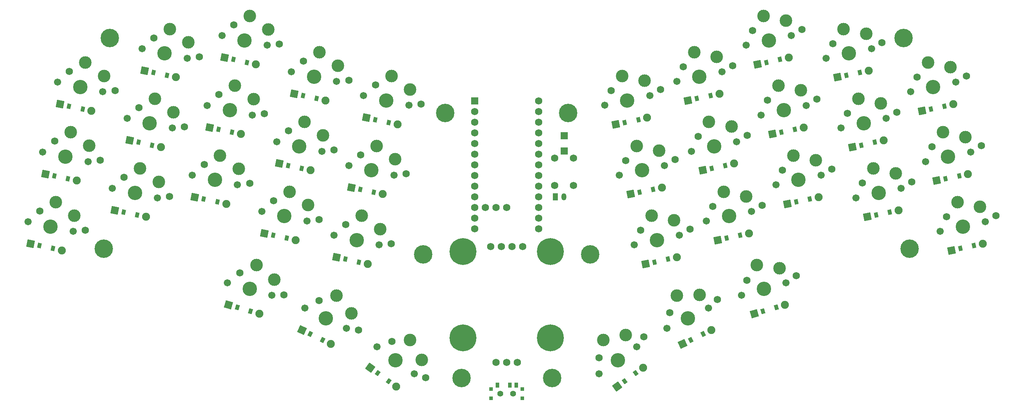
<source format=gbr>
%TF.GenerationSoftware,KiCad,Pcbnew,8.0.1*%
%TF.CreationDate,2025-12-13T21:48:51+01:00*%
%TF.ProjectId,fat_cruiser,6661745f-6372-4756-9973-65722e6b6963,v2.0.0*%
%TF.SameCoordinates,Original*%
%TF.FileFunction,Soldermask,Top*%
%TF.FilePolarity,Negative*%
%FSLAX46Y46*%
G04 Gerber Fmt 4.6, Leading zero omitted, Abs format (unit mm)*
G04 Created by KiCad (PCBNEW 8.0.1) date 2025-12-13 21:48:51*
%MOMM*%
%LPD*%
G01*
G04 APERTURE LIST*
G04 Aperture macros list*
%AMRotRect*
0 Rectangle, with rotation*
0 The origin of the aperture is its center*
0 $1 length*
0 $2 width*
0 $3 Rotation angle, in degrees counterclockwise*
0 Add horizontal line*
21,1,$1,$2,0,0,$3*%
G04 Aperture macros list end*
%ADD10C,1.400000*%
%ADD11R,0.900000X1.250000*%
%ADD12R,0.900000X0.900000*%
%ADD13C,3.429000*%
%ADD14C,1.701800*%
%ADD15C,3.000000*%
%ADD16C,1.752600*%
%ADD17RotRect,0.900000X1.200000X348.000000*%
%ADD18RotRect,1.778000X1.778000X348.000000*%
%ADD19C,1.905000*%
%ADD20RotRect,0.900000X1.200000X344.000000*%
%ADD21RotRect,1.778000X1.778000X344.000000*%
%ADD22RotRect,0.900000X1.200000X334.000000*%
%ADD23RotRect,1.778000X1.778000X334.000000*%
%ADD24RotRect,0.900000X1.200000X324.000000*%
%ADD25RotRect,1.778000X1.778000X324.000000*%
%ADD26RotRect,0.900000X1.200000X12.000000*%
%ADD27RotRect,1.778000X1.778000X12.000000*%
%ADD28RotRect,0.900000X1.200000X16.000000*%
%ADD29RotRect,1.778000X1.778000X16.000000*%
%ADD30RotRect,0.900000X1.200000X26.000000*%
%ADD31RotRect,1.778000X1.778000X26.000000*%
%ADD32RotRect,0.900000X1.200000X36.000000*%
%ADD33RotRect,1.778000X1.778000X36.000000*%
%ADD34R,1.752600X1.752600*%
%ADD35C,6.400000*%
%ADD36C,4.400000*%
%ADD37R,1.800000X1.800000*%
%ADD38R,1.200000X1.700000*%
%ADD39O,1.200000X1.700000*%
G04 APERTURE END LIST*
D10*
%TO.C,T4*%
X153252326Y-142957441D03*
X156252326Y-142957445D03*
D11*
X152502326Y-140882443D03*
X155502324Y-140882443D03*
X157002326Y-140882443D03*
D12*
X151052326Y-144057443D03*
X151052326Y-141857443D03*
X158452326Y-141857443D03*
X158452326Y-144057443D03*
%TD*%
D13*
%TO.C,S1*%
X46052596Y-103112955D03*
D14*
X51432408Y-104256469D03*
X40672784Y-101969441D03*
D15*
X51723003Y-100484460D03*
X47289671Y-97292977D03*
D16*
X43493689Y-99399787D03*
X54333888Y-103953091D03*
%TD*%
D13*
%TO.C,S2*%
X49587090Y-86484449D03*
D14*
X54966902Y-87627963D03*
X44207278Y-85340935D03*
D15*
X55257497Y-83855954D03*
X50824165Y-80664471D03*
D16*
X47028183Y-82771281D03*
X57868382Y-87324585D03*
%TD*%
D13*
%TO.C,S3*%
X53121592Y-69855940D03*
D14*
X58501404Y-70999454D03*
X47741780Y-68712426D03*
D15*
X58791999Y-67227445D03*
X54358667Y-64035962D03*
D16*
X50562685Y-66142772D03*
X61402884Y-70696076D03*
%TD*%
D13*
%TO.C,S4*%
X66154191Y-95117597D03*
D14*
X71534003Y-96261111D03*
X60774379Y-93974083D03*
D15*
X71824598Y-92489102D03*
X67391266Y-89297619D03*
D16*
X63595284Y-91404429D03*
X74435483Y-95957733D03*
%TD*%
D13*
%TO.C,S5*%
X69688689Y-78489087D03*
D14*
X75068501Y-79632601D03*
X64308877Y-77345573D03*
D15*
X75359096Y-75860592D03*
X70925764Y-72669109D03*
D16*
X67129782Y-74775919D03*
X77969981Y-79329223D03*
%TD*%
D13*
%TO.C,S6*%
X73223187Y-61860577D03*
D14*
X78602999Y-63004091D03*
X67843375Y-60717063D03*
D15*
X78893594Y-59232082D03*
X74460262Y-56040599D03*
D16*
X70664280Y-58147409D03*
X81504479Y-62700713D03*
%TD*%
D13*
%TO.C,S7*%
X85216228Y-92012973D03*
D14*
X90596040Y-93156487D03*
X79836416Y-90869459D03*
D15*
X90886635Y-89384478D03*
X86453303Y-86192995D03*
D16*
X82657321Y-88299805D03*
X93497520Y-92853109D03*
%TD*%
D13*
%TO.C,S8*%
X88750729Y-75384465D03*
D14*
X94130541Y-76527979D03*
X83370917Y-74240951D03*
D15*
X94421136Y-72755970D03*
X89987804Y-69564487D03*
D16*
X86191822Y-71671297D03*
X97032021Y-76224601D03*
%TD*%
D13*
%TO.C,S9*%
X92285228Y-58755956D03*
D14*
X97665040Y-59899470D03*
X86905416Y-57612442D03*
D15*
X97955635Y-56127461D03*
X93522303Y-52935978D03*
D16*
X89726321Y-55042788D03*
X100566520Y-59596092D03*
%TD*%
D13*
%TO.C,S10*%
X101783326Y-100646122D03*
D14*
X107163138Y-101789636D03*
X96403514Y-99502608D03*
D15*
X107453733Y-98017627D03*
X103020401Y-94826144D03*
D16*
X99224419Y-96932954D03*
X110064618Y-101486258D03*
%TD*%
D13*
%TO.C,S11*%
X105317822Y-84017614D03*
D14*
X110697634Y-85161128D03*
X99938010Y-82874100D03*
D15*
X110988229Y-81389119D03*
X106554897Y-78197636D03*
D16*
X102758915Y-80304446D03*
X113599114Y-84857750D03*
%TD*%
D13*
%TO.C,S12*%
X108852326Y-67389104D03*
D14*
X114232138Y-68532618D03*
X103472514Y-66245590D03*
D15*
X114522733Y-64760609D03*
X110089401Y-61569126D03*
D16*
X106293419Y-63675936D03*
X117133618Y-68229240D03*
%TD*%
D13*
%TO.C,S13*%
X118974162Y-106344828D03*
D14*
X124353974Y-107488342D03*
X113594350Y-105201314D03*
D15*
X124644569Y-103716333D03*
X120211237Y-100524850D03*
D16*
X116415255Y-102631660D03*
X127255454Y-107184964D03*
%TD*%
D13*
%TO.C,S14*%
X122508661Y-89716319D03*
D14*
X127888473Y-90859833D03*
X117128849Y-88572805D03*
D15*
X128179068Y-87087824D03*
X123745736Y-83896341D03*
D16*
X119949754Y-86003151D03*
X130789953Y-90556455D03*
%TD*%
D13*
%TO.C,S15*%
X126043158Y-73087809D03*
D14*
X131422970Y-74231323D03*
X120663346Y-71944295D03*
D15*
X131713565Y-70459314D03*
X127280233Y-67267831D03*
D16*
X123484251Y-69374641D03*
X134324450Y-73927945D03*
%TD*%
D13*
%TO.C,S16*%
X93493716Y-118001879D03*
D14*
X98780655Y-119517884D03*
X88206777Y-116485874D03*
D15*
X99333665Y-115775334D03*
X95133759Y-112282372D03*
D16*
X91200060Y-114119255D03*
X101696231Y-119417643D03*
%TD*%
D13*
%TO.C,S17*%
X111617455Y-124958932D03*
D14*
X116560822Y-127369973D03*
X106674088Y-122547891D03*
D15*
X117755317Y-123780310D03*
X114225765Y-119611107D03*
D16*
X110032855Y-120737005D03*
X119449508Y-127777539D03*
%TD*%
D13*
%TO.C,S18*%
X128257773Y-134957442D03*
D14*
X132707366Y-138190261D03*
X123808180Y-131724623D03*
D15*
X134507053Y-134862555D03*
X131755095Y-130143791D03*
D16*
X127430377Y-130524493D03*
X135481395Y-139093250D03*
%TD*%
D13*
%TO.C,S19*%
X263452058Y-103112957D03*
D14*
X268831870Y-101969443D03*
X258072246Y-104256471D03*
D15*
X267563127Y-98405345D03*
X262214983Y-97292979D03*
D16*
X259604098Y-100761610D03*
X271359109Y-100512155D03*
%TD*%
D13*
%TO.C,S20*%
X259917556Y-86484448D03*
D14*
X265297368Y-85340934D03*
X254537744Y-87627962D03*
D15*
X264028625Y-81776836D03*
X258680481Y-80664470D03*
D16*
X256069596Y-84133101D03*
X267824607Y-83883646D03*
%TD*%
D13*
%TO.C,S21*%
X256383058Y-69855939D03*
D14*
X261762870Y-68712425D03*
X251003246Y-70999453D03*
D15*
X260494127Y-65148327D03*
X255145983Y-64035961D03*
D16*
X252535098Y-67504592D03*
X264290109Y-67255137D03*
%TD*%
D13*
%TO.C,S22*%
X243350457Y-95117597D03*
D14*
X248730269Y-93974083D03*
X237970645Y-96261111D03*
D15*
X247461526Y-90409985D03*
X242113382Y-89297619D03*
D16*
X239502497Y-92766250D03*
X251257508Y-92516795D03*
%TD*%
D13*
%TO.C,S23*%
X239815961Y-78489086D03*
D14*
X245195773Y-77345572D03*
X234436149Y-79632600D03*
D15*
X243927030Y-73781474D03*
X238578886Y-72669108D03*
D16*
X235968001Y-76137739D03*
X247723012Y-75888284D03*
%TD*%
D13*
%TO.C,S24*%
X236281463Y-61860578D03*
D14*
X241661275Y-60717064D03*
X230901651Y-63004092D03*
D15*
X240392532Y-57152966D03*
X235044388Y-56040600D03*
D16*
X232433503Y-59509231D03*
X244188514Y-59259776D03*
%TD*%
D13*
%TO.C,S25*%
X224288421Y-92012973D03*
D14*
X229668233Y-90869459D03*
X218908609Y-93156487D03*
D15*
X228399490Y-87305361D03*
X223051346Y-86192995D03*
D16*
X220440461Y-89661626D03*
X232195472Y-89412171D03*
%TD*%
D13*
%TO.C,S26*%
X220753921Y-75384465D03*
D14*
X226133733Y-74240951D03*
X215374109Y-76527979D03*
D15*
X224864990Y-70676853D03*
X219516846Y-69564487D03*
D16*
X216905961Y-73033118D03*
X228660972Y-72783663D03*
%TD*%
D13*
%TO.C,S27*%
X217219423Y-58755955D03*
D14*
X222599235Y-57612441D03*
X211839611Y-59899469D03*
D15*
X221330492Y-54048343D03*
X215982348Y-52935977D03*
D16*
X213371463Y-56404608D03*
X225126474Y-56155153D03*
%TD*%
D13*
%TO.C,S28*%
X207721323Y-100646123D03*
D14*
X213101135Y-99502609D03*
X202341511Y-101789637D03*
D15*
X211832392Y-95938511D03*
X206484248Y-94826145D03*
D16*
X203873363Y-98294776D03*
X215628374Y-98045321D03*
%TD*%
D13*
%TO.C,S29*%
X204186822Y-84017613D03*
D14*
X209566634Y-82874099D03*
X198807010Y-85161127D03*
D15*
X208297891Y-79310001D03*
X202949747Y-78197635D03*
D16*
X200338862Y-81666266D03*
X212093873Y-81416811D03*
%TD*%
D13*
%TO.C,S30*%
X200652325Y-67389103D03*
D14*
X206032137Y-66245589D03*
X195272513Y-68532617D03*
D15*
X204763394Y-62681491D03*
X199415250Y-61569125D03*
D16*
X196804365Y-65037756D03*
X208559376Y-64788301D03*
%TD*%
D13*
%TO.C,S31*%
X190530488Y-106344830D03*
D14*
X195910300Y-105201316D03*
X185150676Y-107488344D03*
D15*
X194641557Y-101637218D03*
X189293413Y-100524852D03*
D16*
X186682528Y-103993483D03*
X198437539Y-103744028D03*
%TD*%
D13*
%TO.C,S32*%
X186995990Y-89716317D03*
D14*
X192375802Y-88572803D03*
X181616178Y-90859831D03*
D15*
X191107059Y-85008705D03*
X185758915Y-83896339D03*
D16*
X183148030Y-87364970D03*
X194903041Y-87115515D03*
%TD*%
D13*
%TO.C,S33*%
X183461494Y-73087810D03*
D14*
X188841306Y-71944296D03*
X178081682Y-74231324D03*
D15*
X187572563Y-68380198D03*
X182224419Y-67267832D03*
D16*
X179613534Y-70736463D03*
X191368545Y-70487008D03*
%TD*%
D13*
%TO.C,S34*%
X216010934Y-118001879D03*
D14*
X221297873Y-116485874D03*
X210723995Y-119517884D03*
D15*
X219783602Y-113018961D03*
X214370891Y-112282372D03*
D16*
X212008326Y-115924680D03*
X223717301Y-114855844D03*
%TD*%
D13*
%TO.C,S35*%
X197887196Y-124958930D03*
D14*
X202830563Y-122547889D03*
X192943829Y-127369971D03*
D15*
X200737274Y-119396597D03*
X195278886Y-119611105D03*
D16*
X193584695Y-123608334D03*
X204930183Y-120522494D03*
%TD*%
D13*
%TO.C,S36*%
X181246877Y-134957445D03*
D14*
X185696470Y-131724626D03*
X176797284Y-138190264D03*
D15*
X183087767Y-128984705D03*
X177749555Y-130143794D03*
D16*
X176775212Y-134374489D03*
X187412486Y-129365407D03*
%TD*%
D17*
%TO.C,D1*%
X43399089Y-107660641D03*
X46626977Y-108346749D03*
D18*
X41286291Y-107211550D03*
D19*
X48739775Y-108795840D03*
%TD*%
D17*
%TO.C,D2*%
X46933588Y-91032135D03*
X50161476Y-91718243D03*
D18*
X44820790Y-90583044D03*
D19*
X52274274Y-92167334D03*
%TD*%
D17*
%TO.C,D3*%
X50468086Y-74403623D03*
X53695974Y-75089731D03*
D18*
X48355288Y-73954532D03*
D19*
X55808772Y-75538822D03*
%TD*%
D17*
%TO.C,D4*%
X63500688Y-99665283D03*
X66728576Y-100351391D03*
D18*
X61387890Y-99216192D03*
D19*
X68841374Y-100800482D03*
%TD*%
D17*
%TO.C,D5*%
X67035186Y-83036769D03*
X70263074Y-83722877D03*
D18*
X64922388Y-82587678D03*
D19*
X72375872Y-84171968D03*
%TD*%
D17*
%TO.C,D6*%
X70569687Y-66408261D03*
X73797575Y-67094369D03*
D18*
X68456889Y-65959170D03*
D19*
X75910373Y-67543460D03*
%TD*%
D17*
%TO.C,D7*%
X82562728Y-96560658D03*
X85790616Y-97246766D03*
D18*
X80449930Y-96111567D03*
D19*
X87903414Y-97695857D03*
%TD*%
D17*
%TO.C,D8*%
X86097223Y-79932149D03*
X89325111Y-80618257D03*
D18*
X83984425Y-79483058D03*
D19*
X91437909Y-81067348D03*
%TD*%
D17*
%TO.C,D9*%
X89631723Y-63303637D03*
X92859611Y-63989745D03*
D18*
X87518925Y-62854546D03*
D19*
X94972409Y-64438836D03*
%TD*%
D17*
%TO.C,D10*%
X99129823Y-105193807D03*
X102357711Y-105879915D03*
D18*
X97017025Y-104744716D03*
D19*
X104470509Y-106329006D03*
%TD*%
D17*
%TO.C,D11*%
X102664325Y-88565296D03*
X105892213Y-89251404D03*
D18*
X100551527Y-88116205D03*
D19*
X108005011Y-89700495D03*
%TD*%
D17*
%TO.C,D12*%
X106198821Y-71936791D03*
X109426709Y-72622899D03*
D18*
X104086023Y-71487700D03*
D19*
X111539507Y-73071990D03*
%TD*%
D17*
%TO.C,D13*%
X116320659Y-110892510D03*
X119548547Y-111578618D03*
D18*
X114207861Y-110443419D03*
D19*
X121661345Y-112027709D03*
%TD*%
D17*
%TO.C,D14*%
X119855155Y-94264001D03*
X123083043Y-94950109D03*
D18*
X117742357Y-93814910D03*
D19*
X125195841Y-95399200D03*
%TD*%
D17*
%TO.C,D15*%
X123389653Y-77635493D03*
X126617541Y-78321601D03*
D18*
X121276855Y-77186402D03*
D19*
X128730339Y-78770692D03*
%TD*%
D20*
%TO.C,D16*%
X90529445Y-122353388D03*
X93701609Y-123262988D03*
D21*
X88453120Y-121758010D03*
D19*
X95777934Y-123858366D03*
%TD*%
D22*
%TO.C,D17*%
X107942587Y-128729591D03*
X110908607Y-130176215D03*
D23*
X106001192Y-127782709D03*
D19*
X112850002Y-131123097D03*
%TD*%
D24*
%TO.C,D18*%
X123983968Y-138032682D03*
X126653724Y-139972374D03*
D25*
X122236492Y-136763066D03*
D19*
X128401200Y-141241990D03*
%TD*%
D26*
%TO.C,D19*%
X262877671Y-108346748D03*
X266105559Y-107660640D03*
D27*
X260764873Y-108795839D03*
D19*
X268218357Y-107211549D03*
%TD*%
D26*
%TO.C,D20*%
X259343170Y-91718238D03*
X262571058Y-91032130D03*
D27*
X257230372Y-92167329D03*
D19*
X264683856Y-90583039D03*
%TD*%
D26*
%TO.C,D21*%
X255808673Y-75089729D03*
X259036561Y-74403621D03*
D27*
X253695875Y-75538820D03*
D19*
X261149359Y-73954530D03*
%TD*%
D26*
%TO.C,D22*%
X242776071Y-100351390D03*
X246003959Y-99665282D03*
D27*
X240663273Y-100800481D03*
D19*
X248116757Y-99216191D03*
%TD*%
D26*
%TO.C,D23*%
X239241573Y-83722879D03*
X242469461Y-83036771D03*
D27*
X237128775Y-84171970D03*
D19*
X244582259Y-82587680D03*
%TD*%
D26*
%TO.C,D24*%
X235707077Y-67094368D03*
X238934965Y-66408260D03*
D27*
X233594279Y-67543459D03*
D19*
X241047763Y-65959169D03*
%TD*%
D26*
%TO.C,D25*%
X223714035Y-97246766D03*
X226941923Y-96560658D03*
D27*
X221601237Y-97695857D03*
D19*
X229054721Y-96111567D03*
%TD*%
D26*
%TO.C,D26*%
X220179538Y-80618256D03*
X223407426Y-79932148D03*
D27*
X218066740Y-81067347D03*
D19*
X225520224Y-79483057D03*
%TD*%
D26*
%TO.C,D27*%
X216645038Y-63989746D03*
X219872926Y-63303638D03*
D27*
X214532240Y-64438837D03*
D19*
X221985724Y-62854547D03*
%TD*%
D26*
%TO.C,D28*%
X207146936Y-105879913D03*
X210374824Y-105193805D03*
D27*
X205034138Y-106329004D03*
D19*
X212487622Y-104744714D03*
%TD*%
D26*
%TO.C,D29*%
X203612435Y-89251406D03*
X206840323Y-88565298D03*
D27*
X201499637Y-89700497D03*
D19*
X208953121Y-88116207D03*
%TD*%
D26*
%TO.C,D30*%
X200077938Y-72622897D03*
X203305826Y-71936789D03*
D27*
X197965140Y-73071988D03*
D19*
X205418624Y-71487698D03*
%TD*%
D26*
%TO.C,D31*%
X189956104Y-111578620D03*
X193183992Y-110892512D03*
D27*
X187843306Y-112027711D03*
D19*
X195296790Y-110443421D03*
%TD*%
D26*
%TO.C,D32*%
X186421606Y-94950113D03*
X189649494Y-94264005D03*
D27*
X184308808Y-95399204D03*
D19*
X191762292Y-93814914D03*
%TD*%
D26*
%TO.C,D33*%
X182887104Y-78321601D03*
X186114992Y-77635493D03*
D27*
X180774306Y-78770692D03*
D19*
X188227790Y-77186402D03*
%TD*%
D28*
%TO.C,D34*%
X215803041Y-123262990D03*
X218975205Y-122353386D03*
D29*
X213726716Y-123858366D03*
D19*
X221051530Y-121758010D03*
%TD*%
D30*
%TO.C,D35*%
X198596042Y-130176214D03*
X201562062Y-128729590D03*
D31*
X196654647Y-131123096D03*
D19*
X203503457Y-127782708D03*
%TD*%
D32*
%TO.C,D36*%
X182850927Y-139972376D03*
X185520683Y-138032684D03*
D33*
X181103451Y-141241992D03*
D19*
X187268159Y-136763068D03*
%TD*%
D34*
%TO.C,MCU1*%
X147132326Y-73206320D03*
D16*
X147132326Y-75746320D03*
X147132326Y-78286320D03*
X147132326Y-80826320D03*
X147132327Y-83366320D03*
X147132326Y-85906320D03*
X147132325Y-88446320D03*
X147132325Y-90986320D03*
X147132326Y-93526320D03*
X147132327Y-96066320D03*
X147132326Y-98606320D03*
X147132326Y-101146320D03*
X147132326Y-103686320D03*
X162372326Y-73206320D03*
X162372326Y-75746320D03*
X162372326Y-78286320D03*
X162372326Y-80826320D03*
X162372325Y-83366320D03*
X162372326Y-85906320D03*
X162372327Y-88446320D03*
X162372327Y-90986320D03*
X162372326Y-93526320D03*
X162372325Y-96066320D03*
X162372326Y-98606320D03*
X162372326Y-101146320D03*
X162372326Y-103686320D03*
X149672326Y-98606320D03*
X152212326Y-98606320D03*
X154752326Y-98606320D03*
%TD*%
D35*
%TO.C,OLED1*%
X165177326Y-109044829D03*
X144327326Y-109044829D03*
X144327326Y-129644829D03*
X165177326Y-129644829D03*
D16*
X158562326Y-107894830D03*
X156022326Y-107894829D03*
X153482326Y-107894829D03*
X150942326Y-107894830D03*
%TD*%
D36*
%TO.C,MH1*%
X58727408Y-108414042D03*
%TD*%
%TO.C,MH2*%
X250777239Y-108414043D03*
%TD*%
%TO.C,MH3*%
X134820151Y-109712996D03*
%TD*%
%TO.C,MH4*%
X174684498Y-109712998D03*
%TD*%
%TO.C,MH5*%
X140128484Y-76081737D03*
%TD*%
%TO.C,MH6*%
X169376166Y-76081737D03*
%TD*%
%TO.C,MH7*%
X143952325Y-139207444D03*
%TD*%
%TO.C,MH8*%
X165552326Y-139207442D03*
%TD*%
%TO.C,MH9*%
X60194918Y-58222345D03*
%TD*%
%TO.C,MH10*%
X249309731Y-58222345D03*
%TD*%
D16*
%TO.C,T6*%
X154752323Y-135457446D03*
X157292323Y-135457446D03*
X152212323Y-135457446D03*
%TD*%
D37*
%TO.C,B1*%
X168432324Y-85137809D03*
X168432324Y-81437809D03*
%TD*%
D16*
%TO.C,B2*%
X166182326Y-86837812D03*
X166182326Y-93337812D03*
X170682326Y-93337812D03*
X170682326Y-86837812D03*
%TD*%
D38*
%TO.C,JST1*%
X166352324Y-96037810D03*
D39*
X168352324Y-96037810D03*
%TD*%
M02*

</source>
